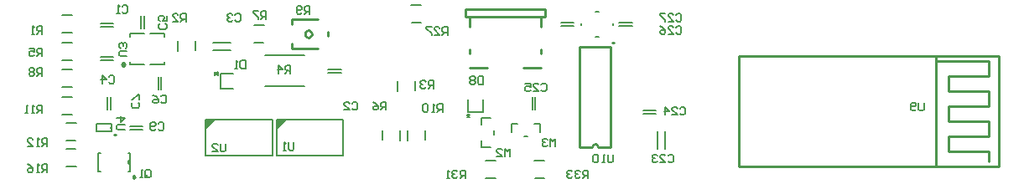
<source format=gbo>
G04*
G04 #@! TF.GenerationSoftware,Altium Limited,Altium Designer,19.1.5 (86)*
G04*
G04 Layer_Color=32896*
%FSLAX25Y25*%
%MOIN*%
G70*
G01*
G75*
%ADD10C,0.01000*%
%ADD12C,0.00787*%
%ADD13C,0.00500*%
%ADD14C,0.00630*%
G36*
X102362Y26969D02*
Y23031D01*
X106299Y26969D01*
X102362D01*
D02*
G37*
G36*
X130512D02*
Y23031D01*
X134449Y26969D01*
X130512D01*
D02*
G37*
D10*
X264567Y57480D02*
X263779D01*
X264567D01*
X144530Y61024D02*
X144198Y61936D01*
X143357Y62422D01*
X142401Y62253D01*
X141776Y61509D01*
Y60538D01*
X142401Y59794D01*
X143357Y59626D01*
X144198Y60111D01*
X144530Y61024D01*
X74376Y3937D02*
X73541Y4419D01*
Y3455D01*
X74376Y3937D01*
X70118Y48917D02*
X69488Y49548D01*
X68858Y48917D01*
X69488Y48287D01*
X70118Y48917D01*
X66732Y20866D02*
X65945D01*
X66732D01*
X258337Y15827D02*
X257970Y16711D01*
X257087Y17077D01*
X256203Y16711D01*
X255837Y15827D01*
X237205Y67913D02*
Y70866D01*
X205709D02*
X237205D01*
X205709Y67913D02*
Y70866D01*
Y67913D02*
X207087D01*
X235630D02*
X237205D01*
X207283D02*
X235630D01*
Y63976D02*
Y67913D01*
X207283Y63976D02*
Y67716D01*
X235630Y53347D02*
Y54921D01*
X228543Y47441D02*
X235630D01*
X207283Y53347D02*
Y54921D01*
Y47441D02*
X214370D01*
X392543Y8277D02*
Y28824D01*
Y31824D02*
Y52372D01*
X314173D02*
X392543D01*
X314173Y8277D02*
Y52372D01*
Y8277D02*
X392543D01*
Y52372D02*
X417443D01*
X392543Y8277D02*
X417443D01*
Y52372D01*
X392543Y28824D02*
Y31824D01*
X393543Y50324D02*
X413543D01*
Y44324D02*
Y50324D01*
X397543Y44324D02*
X413543D01*
X397543Y38324D02*
Y44324D01*
Y38324D02*
X413543D01*
Y32324D02*
Y38324D01*
X397543Y32324D02*
X413543D01*
X397543Y26324D02*
Y32324D01*
Y26324D02*
X413543D01*
Y20324D02*
Y26324D01*
X397543Y20324D02*
X413543D01*
X397543Y14324D02*
Y20324D01*
Y14324D02*
X413543D01*
Y12324D02*
Y14324D01*
Y10324D02*
Y12324D01*
X392643Y50324D02*
X393543D01*
X136417Y66929D02*
X147047D01*
X136417Y64961D02*
Y66929D01*
Y55118D02*
Y57087D01*
Y55118D02*
X147047D01*
X150984Y60236D02*
Y61811D01*
X250787Y15827D02*
Y55827D01*
X263386D01*
Y15827D02*
Y55827D01*
X258337Y15827D02*
X263386D01*
X250787D02*
X255837D01*
D12*
X72244Y10778D02*
X71434Y10310D01*
Y9375D01*
X72244Y8907D01*
X64961Y24114D02*
X64468Y23622D01*
X64961Y23130D01*
X125984Y52461D02*
X141732D01*
X125984Y40059D02*
X141732D01*
X257087Y60039D02*
X258661D01*
X257087Y69882D02*
X258661D01*
X264173Y64567D02*
Y65354D01*
X251575Y64567D02*
Y65354D01*
X72244Y6299D02*
Y13386D01*
Y6299D02*
Y13386D01*
X59646Y6299D02*
Y13386D01*
X71457Y6299D02*
X72244D01*
X71457Y13386D02*
X72244D01*
X59646D02*
X60433D01*
X59646Y6299D02*
X60433D01*
X80315Y48917D02*
X86024D01*
Y50000D01*
Y60039D02*
Y61122D01*
X80315D02*
X86024D01*
X72244D02*
X77953D01*
X72244Y60039D02*
Y61122D01*
Y48917D02*
Y50000D01*
Y48917D02*
X77953D01*
X130512Y12402D02*
Y26969D01*
Y12402D02*
X156890D01*
Y26969D01*
X130512D02*
X156890D01*
X102362Y12402D02*
Y26969D01*
Y12402D02*
X128740D01*
Y26969D01*
X102362D02*
X128740D01*
X59055Y25197D02*
X64961D01*
X59055Y22047D02*
Y25197D01*
Y22047D02*
X64961D01*
Y24114D01*
Y23130D02*
Y25197D01*
D13*
X45244Y68461D02*
X49244D01*
X45344Y61461D02*
X49144D01*
X91382Y54299D02*
Y58299D01*
X98382Y54399D02*
Y58199D01*
X45244Y57634D02*
X49244D01*
X45344Y50634D02*
X49144D01*
X179681Y18669D02*
Y22669D01*
X172681Y18769D02*
Y22569D01*
X121425Y64524D02*
X125425D01*
X121525Y57524D02*
X125325D01*
X45244Y46807D02*
X49244D01*
X45344Y39807D02*
X49144D01*
X182524Y18669D02*
Y22669D01*
X189524Y18769D02*
Y22569D01*
X45244Y35980D02*
X49244D01*
X45344Y28980D02*
X49144D01*
X46819Y25547D02*
X50819D01*
X46919Y18547D02*
X50719D01*
X46819Y8311D02*
X50819D01*
X46919Y15311D02*
X50719D01*
X213551Y10390D02*
X217551D01*
X213651Y3390D02*
X217451D01*
X233039Y10390D02*
X237039D01*
X233139Y3390D02*
X236939D01*
X184024Y72398D02*
X188024D01*
X184124Y65398D02*
X187924D01*
X178587Y38354D02*
Y42354D01*
X185587Y38454D02*
Y42254D01*
X212067Y24904D02*
Y27404D01*
X217067Y20903D02*
Y22403D01*
X212067Y15903D02*
Y18404D01*
Y27404D02*
X215567D01*
X212067Y15903D02*
X215567D01*
X232778Y25335D02*
X235278D01*
X228778Y20335D02*
X230278D01*
X223778Y25335D02*
X226278D01*
X235278Y21835D02*
Y25335D01*
X223778Y21835D02*
Y25335D01*
X105212Y54528D02*
X112111D01*
X105212Y57677D02*
X112111D01*
X281890Y15251D02*
Y22150D01*
X285039Y15251D02*
Y22150D01*
X60428Y65156D02*
X65556D01*
X60428Y63978D02*
X65556D01*
X150979Y45671D02*
X156107D01*
X150979Y46849D02*
X156107D01*
X60428Y51770D02*
X65556D01*
X60428Y50592D02*
X65556D01*
X76576Y63184D02*
Y68312D01*
X77754Y63184D02*
Y68312D01*
X84644Y38775D02*
Y43902D01*
X83466Y38775D02*
Y43902D01*
X63387Y30901D02*
Y36028D01*
X64565Y30901D02*
Y36028D01*
X72239Y23033D02*
X77367D01*
X72239Y24211D02*
X77367D01*
X276176Y30510D02*
X281304D01*
X276176Y29332D02*
X281304D01*
X233266Y30901D02*
Y36028D01*
X232088Y30901D02*
Y36028D01*
X266728Y64372D02*
X271855D01*
X266728Y65550D02*
X271855D01*
X243499Y64372D02*
X248627D01*
X243499Y65550D02*
X248627D01*
X105905Y45276D02*
X107087D01*
X105905D02*
X107087Y44685D01*
X105905Y45276D02*
X107087Y45866D01*
Y44685D02*
Y45866D01*
X105905Y44685D02*
Y45866D01*
X108169Y45276D02*
X113130D01*
X108169Y39370D02*
X113130D01*
X108169D02*
Y45276D01*
X206693Y27756D02*
Y28937D01*
Y27756D02*
X207283Y28937D01*
X206102D02*
X206693Y27756D01*
X206102Y28937D02*
X207283D01*
X206102Y27756D02*
X207283D01*
X206693Y30020D02*
Y34980D01*
X212598Y30020D02*
Y34980D01*
X206693Y30020D02*
X212598D01*
D14*
X135989Y45319D02*
X136011Y48468D01*
X134436Y48479D01*
X133908Y47958D01*
X133901Y46908D01*
X134422Y46380D01*
X135996Y46369D01*
X134946Y46376D02*
X133890Y45334D01*
X131266Y45352D02*
X131288Y48501D01*
X132851Y46915D01*
X130752Y46930D01*
X192913Y39370D02*
Y42519D01*
X191339D01*
X190814Y41994D01*
Y40944D01*
X191339Y40420D01*
X192913D01*
X191864D02*
X190814Y39370D01*
X189765Y41994D02*
X189240Y42519D01*
X188190D01*
X187666Y41994D01*
Y41469D01*
X188190Y40944D01*
X188715D01*
X188190D01*
X187666Y40420D01*
Y39895D01*
X188190Y39370D01*
X189240D01*
X189765Y39895D01*
X198425Y60630D02*
Y63779D01*
X196851D01*
X196326Y63254D01*
Y62204D01*
X196851Y61679D01*
X198425D01*
X197376D02*
X196326Y60630D01*
X193177D02*
X195277D01*
X193177Y62729D01*
Y63254D01*
X193702Y63779D01*
X194752D01*
X195277Y63254D01*
X192128Y63779D02*
X190029D01*
Y63254D01*
X192128Y61155D01*
Y60630D01*
X264173Y12991D02*
Y10367D01*
X263649Y9843D01*
X262599D01*
X262074Y10367D01*
Y12991D01*
X261025Y9843D02*
X259975D01*
X260500D01*
Y12991D01*
X261025Y12466D01*
X258401D02*
X257876Y12991D01*
X256826D01*
X256302Y12466D01*
Y10367D01*
X256826Y9843D01*
X257876D01*
X258401Y10367D01*
Y12466D01*
X387795Y33660D02*
Y31037D01*
X387270Y30512D01*
X386221D01*
X385696Y31037D01*
Y33660D01*
X384647Y31037D02*
X384122Y30512D01*
X383072D01*
X382548Y31037D01*
Y33136D01*
X383072Y33660D01*
X384122D01*
X384647Y33136D01*
Y32611D01*
X384122Y32086D01*
X382548D01*
X70078Y22835D02*
X67454D01*
X66929Y23359D01*
Y24409D01*
X67454Y24934D01*
X70078D01*
X66929Y27558D02*
X70078D01*
X68503Y25983D01*
Y28082D01*
X71062Y52165D02*
X68438D01*
X67913Y52690D01*
Y53740D01*
X68438Y54264D01*
X71062D01*
X70537Y55314D02*
X71062Y55839D01*
Y56888D01*
X70537Y57413D01*
X70012D01*
X69488Y56888D01*
Y56363D01*
Y56888D01*
X68963Y57413D01*
X68438D01*
X67913Y56888D01*
Y55839D01*
X68438Y55314D01*
X110236Y17322D02*
Y14698D01*
X109711Y14173D01*
X108662D01*
X108137Y14698D01*
Y17322D01*
X104989Y14173D02*
X107088D01*
X104989Y16272D01*
Y16797D01*
X105513Y17322D01*
X106563D01*
X107088Y16797D01*
X137402Y17716D02*
Y15092D01*
X136877Y14567D01*
X135827D01*
X135302Y15092D01*
Y17716D01*
X134253Y14567D02*
X133203D01*
X133728D01*
Y17716D01*
X134253Y17191D01*
X254331Y3543D02*
Y6692D01*
X252756D01*
X252232Y6167D01*
Y5118D01*
X252756Y4593D01*
X254331D01*
X253281D02*
X252232Y3543D01*
X251182Y6167D02*
X250657Y6692D01*
X249608D01*
X249083Y6167D01*
Y5642D01*
X249608Y5118D01*
X250133D01*
X249608D01*
X249083Y4593D01*
Y4068D01*
X249608Y3543D01*
X250657D01*
X251182Y4068D01*
X248033Y6167D02*
X247509Y6692D01*
X246459D01*
X245935Y6167D01*
Y5642D01*
X246459Y5118D01*
X246984D01*
X246459D01*
X245935Y4593D01*
Y4068D01*
X246459Y3543D01*
X247509D01*
X248033Y4068D01*
X205512Y3543D02*
Y6692D01*
X203938D01*
X203413Y6167D01*
Y5118D01*
X203938Y4593D01*
X205512D01*
X204462D02*
X203413Y3543D01*
X202363Y6167D02*
X201838Y6692D01*
X200789D01*
X200264Y6167D01*
Y5642D01*
X200789Y5118D01*
X201314D01*
X200789D01*
X200264Y4593D01*
Y4068D01*
X200789Y3543D01*
X201838D01*
X202363Y4068D01*
X199215Y3543D02*
X198165D01*
X198690D01*
Y6692D01*
X199215Y6167D01*
X39370Y5906D02*
Y9054D01*
X37796D01*
X37271Y8529D01*
Y7480D01*
X37796Y6955D01*
X39370D01*
X38320D02*
X37271Y5906D01*
X36222D02*
X35172D01*
X35697D01*
Y9054D01*
X36222Y8529D01*
X31499Y9054D02*
X32548Y8529D01*
X33598Y7480D01*
Y6430D01*
X33073Y5906D01*
X32023D01*
X31499Y6430D01*
Y6955D01*
X32023Y7480D01*
X33598D01*
X39370Y16240D02*
Y19389D01*
X37796D01*
X37271Y18864D01*
Y17815D01*
X37796Y17290D01*
X39370D01*
X38320D02*
X37271Y16240D01*
X36222D02*
X35172D01*
X35697D01*
Y19389D01*
X36222Y18864D01*
X31499Y16240D02*
X33598D01*
X31499Y18339D01*
Y18864D01*
X32023Y19389D01*
X33073D01*
X33598Y18864D01*
X37402Y29528D02*
Y32676D01*
X35827D01*
X35302Y32151D01*
Y31102D01*
X35827Y30577D01*
X37402D01*
X36352D02*
X35302Y29528D01*
X34253D02*
X33203D01*
X33728D01*
Y32676D01*
X34253Y32151D01*
X31629Y29528D02*
X30580D01*
X31104D01*
Y32676D01*
X31629Y32151D01*
X196457Y29921D02*
Y33070D01*
X194882D01*
X194358Y32545D01*
Y31496D01*
X194882Y30971D01*
X196457D01*
X195407D02*
X194358Y29921D01*
X193308D02*
X192259D01*
X192783D01*
Y33070D01*
X193308Y32545D01*
X190684D02*
X190159Y33070D01*
X189110D01*
X188585Y32545D01*
Y30446D01*
X189110Y29921D01*
X190159D01*
X190684Y30446D01*
Y32545D01*
X143701Y68898D02*
Y72046D01*
X142127D01*
X141602Y71522D01*
Y70472D01*
X142127Y69947D01*
X143701D01*
X142651D02*
X141602Y68898D01*
X140552Y69422D02*
X140027Y68898D01*
X138978D01*
X138453Y69422D01*
Y71522D01*
X138978Y72046D01*
X140027D01*
X140552Y71522D01*
Y70997D01*
X140027Y70472D01*
X138453D01*
X37402Y44291D02*
Y47440D01*
X35827D01*
X35302Y46915D01*
Y45866D01*
X35827Y45341D01*
X37402D01*
X36352D02*
X35302Y44291D01*
X34253Y46915D02*
X33728Y47440D01*
X32679D01*
X32154Y46915D01*
Y46390D01*
X32679Y45866D01*
X32154Y45341D01*
Y44816D01*
X32679Y44291D01*
X33728D01*
X34253Y44816D01*
Y45341D01*
X33728Y45866D01*
X34253Y46390D01*
Y46915D01*
X33728Y45866D02*
X32679D01*
X126378Y66929D02*
Y70078D01*
X124804D01*
X124279Y69553D01*
Y68503D01*
X124804Y67979D01*
X126378D01*
X125328D02*
X124279Y66929D01*
X123229Y70078D02*
X121130D01*
Y69553D01*
X123229Y67454D01*
Y66929D01*
X174016Y30709D02*
Y33857D01*
X172441D01*
X171917Y33332D01*
Y32283D01*
X172441Y31758D01*
X174016D01*
X172966D02*
X171917Y30709D01*
X168768Y33857D02*
X169818Y33332D01*
X170867Y32283D01*
Y31233D01*
X170342Y30709D01*
X169293D01*
X168768Y31233D01*
Y31758D01*
X169293Y32283D01*
X170867D01*
X37402Y52165D02*
Y55314D01*
X35827D01*
X35302Y54789D01*
Y53740D01*
X35827Y53215D01*
X37402D01*
X36352D02*
X35302Y52165D01*
X32154Y55314D02*
X34253D01*
Y53740D01*
X33203Y54264D01*
X32679D01*
X32154Y53740D01*
Y52690D01*
X32679Y52165D01*
X33728D01*
X34253Y52690D01*
X94488Y65945D02*
Y69094D01*
X92914D01*
X92389Y68569D01*
Y67519D01*
X92914Y66994D01*
X94488D01*
X93439D02*
X92389Y65945D01*
X89240D02*
X91340D01*
X89240Y68044D01*
Y68569D01*
X89765Y69094D01*
X90815D01*
X91340Y68569D01*
X37402Y61024D02*
Y64172D01*
X35827D01*
X35302Y63648D01*
Y62598D01*
X35827Y62073D01*
X37402D01*
X36352D02*
X35302Y61024D01*
X34253D02*
X33203D01*
X33728D01*
Y64172D01*
X34253Y63648D01*
X78314Y4363D02*
Y6462D01*
X78839Y6987D01*
X79889D01*
X80413Y6462D01*
Y4363D01*
X79889Y3839D01*
X78839D01*
X79364Y4888D02*
X78314Y3839D01*
X78839D02*
X78314Y4363D01*
X77265Y3839D02*
X76215D01*
X76740D01*
Y6987D01*
X77265Y6462D01*
X241339Y16142D02*
Y19290D01*
X240289Y18241D01*
X239240Y19290D01*
Y16142D01*
X238190Y18766D02*
X237665Y19290D01*
X236616D01*
X236091Y18766D01*
Y18241D01*
X236616Y17716D01*
X237140D01*
X236616D01*
X236091Y17191D01*
Y16667D01*
X236616Y16142D01*
X237665D01*
X238190Y16667D01*
X223228Y12205D02*
Y15353D01*
X222179Y14304D01*
X221129Y15353D01*
Y12205D01*
X217981D02*
X220080D01*
X217981Y14304D01*
Y14829D01*
X218506Y15353D01*
X219555D01*
X220080Y14829D01*
X212598Y44093D02*
Y40945D01*
X211024D01*
X210499Y41470D01*
Y43569D01*
X211024Y44093D01*
X212598D01*
X209450Y43569D02*
X208925Y44093D01*
X207875D01*
X207351Y43569D01*
Y43044D01*
X207875Y42519D01*
X207351Y41994D01*
Y41470D01*
X207875Y40945D01*
X208925D01*
X209450Y41470D01*
Y41994D01*
X208925Y42519D01*
X209450Y43044D01*
Y43569D01*
X208925Y42519D02*
X207875D01*
X118110Y50393D02*
Y47244D01*
X116536D01*
X116011Y47769D01*
Y49868D01*
X116536Y50393D01*
X118110D01*
X114962Y47244D02*
X113912D01*
X114437D01*
Y50393D01*
X114962Y49868D01*
X289240Y68569D02*
X289764Y69094D01*
X290814D01*
X291339Y68569D01*
Y66470D01*
X290814Y65945D01*
X289764D01*
X289240Y66470D01*
X286091Y65945D02*
X288190D01*
X286091Y68044D01*
Y68569D01*
X286616Y69094D01*
X287665D01*
X288190Y68569D01*
X285041Y69094D02*
X282942D01*
Y68569D01*
X285041Y66470D01*
Y65945D01*
X289240Y63648D02*
X289764Y64172D01*
X290814D01*
X291339Y63648D01*
Y61548D01*
X290814Y61024D01*
X289764D01*
X289240Y61548D01*
X286091Y61024D02*
X288190D01*
X286091Y63123D01*
Y63648D01*
X286616Y64172D01*
X287665D01*
X288190Y63648D01*
X282942Y64172D02*
X283992Y63648D01*
X285041Y62598D01*
Y61548D01*
X284517Y61024D01*
X283467D01*
X282942Y61548D01*
Y62073D01*
X283467Y62598D01*
X285041D01*
X235686Y40804D02*
X236208Y41331D01*
X237258Y41335D01*
X237785Y40813D01*
X237793Y38714D01*
X237270Y38187D01*
X236221Y38183D01*
X235694Y38705D01*
X232548Y38168D02*
X234647Y38176D01*
X232539Y40267D01*
X232537Y40792D01*
X233060Y41319D01*
X234109Y41323D01*
X234636Y40800D01*
X229386Y41304D02*
X231486Y41312D01*
X231492Y39738D01*
X230440Y40258D01*
X229915Y40256D01*
X229393Y39729D01*
X229397Y38680D01*
X229924Y38157D01*
X230973Y38162D01*
X231496Y38688D01*
X290814Y31364D02*
X291339Y31889D01*
X292389D01*
X292913Y31364D01*
Y29265D01*
X292389Y28740D01*
X291339D01*
X290814Y29265D01*
X287666Y28740D02*
X289765D01*
X287666Y30839D01*
Y31364D01*
X288191Y31889D01*
X289240D01*
X289765Y31364D01*
X285042Y28740D02*
Y31889D01*
X286616Y30314D01*
X284517D01*
X286090Y12466D02*
X286615Y12991D01*
X287664D01*
X288189Y12466D01*
Y10367D01*
X287664Y9843D01*
X286615D01*
X286090Y10367D01*
X282941Y9843D02*
X285040D01*
X282941Y11942D01*
Y12466D01*
X283466Y12991D01*
X284516D01*
X285040Y12466D01*
X281892D02*
X281367Y12991D01*
X280317D01*
X279793Y12466D01*
Y11942D01*
X280317Y11417D01*
X280842D01*
X280317D01*
X279793Y10892D01*
Y10367D01*
X280317Y9843D01*
X281367D01*
X281892Y10367D01*
X83531Y25262D02*
X84056Y25786D01*
X85105D01*
X85630Y25262D01*
Y23163D01*
X85105Y22638D01*
X84056D01*
X83531Y23163D01*
X82481D02*
X81957Y22638D01*
X80907D01*
X80382Y23163D01*
Y25262D01*
X80907Y25786D01*
X81957D01*
X82481Y25262D01*
Y24737D01*
X81957Y24212D01*
X80382D01*
X75459Y33694D02*
X75983Y33169D01*
Y32119D01*
X75459Y31594D01*
X73359D01*
X72835Y32119D01*
Y33169D01*
X73359Y33694D01*
X75983Y34743D02*
Y36842D01*
X75459D01*
X73359Y34743D01*
X72835D01*
X84515Y36088D02*
X85040Y36613D01*
X86089D01*
X86614Y36088D01*
Y33989D01*
X86089Y33465D01*
X85040D01*
X84515Y33989D01*
X81366Y36613D02*
X82416Y36088D01*
X83466Y35039D01*
Y33989D01*
X82941Y33465D01*
X81891D01*
X81366Y33989D01*
Y34514D01*
X81891Y35039D01*
X83466D01*
X86285Y65091D02*
X86810Y64566D01*
Y63517D01*
X86285Y62992D01*
X84186D01*
X83661Y63517D01*
Y64566D01*
X84186Y65091D01*
X86810Y68240D02*
Y66141D01*
X85236D01*
X85760Y67190D01*
Y67715D01*
X85236Y68240D01*
X84186D01*
X83661Y67715D01*
Y66666D01*
X84186Y66141D01*
X63846Y43962D02*
X64371Y44487D01*
X65420D01*
X65945Y43962D01*
Y41863D01*
X65420Y41339D01*
X64371D01*
X63846Y41863D01*
X61222Y41339D02*
Y44487D01*
X62796Y42913D01*
X60697D01*
X114043Y68569D02*
X114567Y69094D01*
X115617D01*
X116142Y68569D01*
Y66470D01*
X115617Y65945D01*
X114567D01*
X114043Y66470D01*
X112993Y68569D02*
X112468Y69094D01*
X111419D01*
X110894Y68569D01*
Y68044D01*
X111419Y67519D01*
X111944D01*
X111419D01*
X110894Y66994D01*
Y66470D01*
X111419Y65945D01*
X112468D01*
X112993Y66470D01*
X160499Y33332D02*
X161024Y33857D01*
X162074D01*
X162598Y33332D01*
Y31233D01*
X162074Y30709D01*
X161024D01*
X160499Y31233D01*
X157351Y30709D02*
X159450D01*
X157351Y32808D01*
Y33332D01*
X157876Y33857D01*
X158925D01*
X159450Y33332D01*
X69161Y71915D02*
X69686Y72440D01*
X70735D01*
X71260Y71915D01*
Y69816D01*
X70735Y69291D01*
X69686D01*
X69161Y69816D01*
X68111Y69291D02*
X67062D01*
X67586D01*
Y72440D01*
X68111Y71915D01*
M02*

</source>
